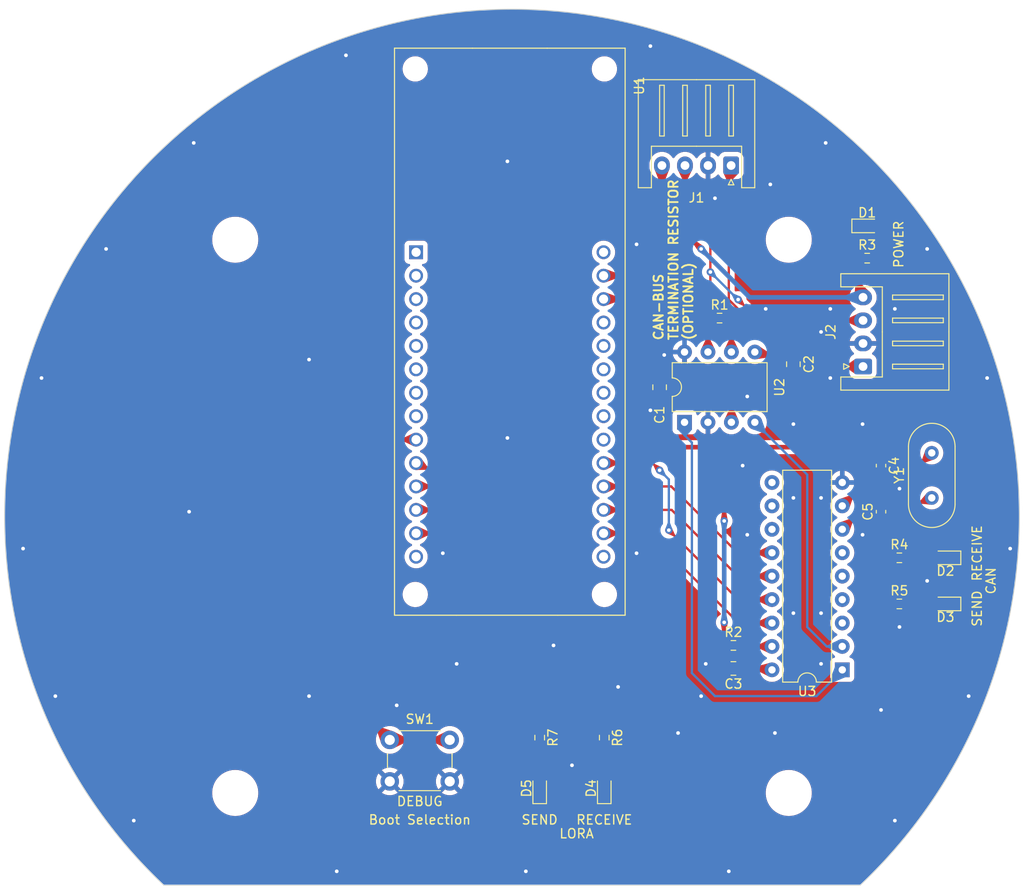
<source format=kicad_pcb>
(kicad_pcb (version 20221018) (generator pcbnew)
  (layers (0 "F.Cu" signal) (31 "B.Cu" signal) (34 "B.Paste" user) (35 "F.Paste" user) (36 "B.SilkS" user "B.Silkscreen") (37 "F.SilkS" user "F.Silkscreen") (38 "B.Mask" user) (39 "F.Mask" user) (44 "Edge.Cuts" user))
  (net 0 "")
  (net 1 "CAN_H")
  (net 2 "GND")
  (net 3 "+5V")
  (net 4 "CAN_L")
  (net 5 "+3.3V")
  (net 6 "CAN_TX")
  (net 7 "CAN_RX")
  (net 8 "OSC1")
  (net 9 "OSC2")
  (net 10 "SPI_CS_MCP")
  (net 11 "SPI_MOSI")
  (net 12 "SPI_SCLK")
  (net 13 "SPI_MISO")
  (net 27 "Net-(D1-A)")
  (net 28 "Net-(D2-A)")
  (net 29 "Net-(D3-A)")
  (net 30 "Net-(D4-A)")
  (net 31 "Net-(D5-A)")
  (net 32 "CAN_RECEIVE_STATUS")
  (net 33 "CAN_SEND_STATUS")
  (net 34 "LORA_RECEIVE_STATUS")
  (net 35 "LORA_SEND_STATUS")
  (net 36 "DEBUG_MODE")
  (net 47 "Net-(U3-~RESET)")
  (footprint "MountingHole:MountingHole_4.5mm" (layer "F.Cu") (at 178.5 75)
    (fp_text reference "REF**" hide)
    (fp_text value "MountingHole_4.5mm")
    (pad "" np_thru_hole circle locked (at 0 0) (size 4.5 4.5) (drill 4.5) (layers "*.Cu" "*.Mask"))
  )
  (footprint "LED_SMD:LED_0603_1608Metric_Pad1.05x0.95mm_HandSolder" (layer "F.Cu") (at 195.4875 109.5 180)
    (fp_text reference "D2" (at 0 -1.43 180) (layer "F.SilkS"))
    (fp_text value "ORANGE")
    (fp_line (start -1.66 -0.735) (end -1.66 0.735) (stroke (width 0.12)) (layer "F.SilkS"))
    (fp_line (start -1.66 0.735) (end 0.8 0.735) (stroke (width 0.12)) (layer "F.SilkS"))
    (fp_line (start 0.8 -0.735) (end -1.66 -0.735) (stroke (width 0.12)) (layer "F.SilkS"))
    (pad "1" smd roundrect (at -0.875 0 180) (size 1.05 0.95) (layers "F.Cu" "F.Paste" "F.Mask") (net 2 "GND"))
    (pad "2" smd roundrect (at 0.875 0 180) (size 1.05 0.95) (layers "F.Cu" "F.Paste" "F.Mask") (net 28 "Net-(D2-A)"))
  )
  (footprint "Capacitor_SMD:C_0603_1608Metric_Pad1.08x0.95mm_HandSolder" (layer "F.Cu") (at 188.5 104.5 90)
    (fp_text reference "C5" (at 0 -1.43 90) (layer "F.SilkS"))
    (fp_text value "15pF")
    (fp_line (start -0.146267 -0.51) (end 0.146267 -0.51) (stroke (width 0.12)) (layer "F.SilkS"))
    (fp_line (start -0.146267 0.51) (end 0.146267 0.51) (stroke (width 0.12)) (layer "F.SilkS"))
    (pad "1" smd roundrect (at -0.8625 0 90) (size 1.075 0.95) (layers "F.Cu" "F.Paste" "F.Mask") (net 2 "GND"))
    (pad "2" smd roundrect (at 0.8625 0 90) (size 1.075 0.95) (layers "F.Cu" "F.Paste" "F.Mask") (net 9 "OSC2"))
  )
  (footprint "Capacitor_SMD:C_0805_2012Metric_Pad1.18x1.45mm_HandSolder" (layer "F.Cu") (at 164.5 91 -90)
    (fp_text reference "C1" (at 3 0 90) (layer "F.SilkS"))
    (fp_text value "0.1μF")
    (fp_line (start -0.261252 -0.735) (end 0.261252 -0.735) (stroke (width 0.12)) (layer "F.SilkS"))
    (fp_line (start -0.261252 0.735) (end 0.261252 0.735) (stroke (width 0.12)) (layer "F.SilkS"))
    (pad "1" smd roundrect (at -1.0375 0 270) (size 1.175 1.45) (layers "F.Cu" "F.Paste" "F.Mask") (roundrect_rratio 0.212766) (net 3 "+5V"))
    (pad "2" smd roundrect (at 1.0375 0 270) (size 1.175 1.45) (layers "F.Cu" "F.Paste" "F.Mask") (roundrect_rratio 0.212766) (net 2 "GND"))
  )
  (footprint "LED_SMD:LED_0603_1608Metric_Pad1.05x0.95mm_HandSolder" (layer "F.Cu") (at 195.4875 114.5 180)
    (fp_text reference "D3" (at 0 -1.43 180) (layer "F.SilkS"))
    (fp_text value "ORANGE")
    (fp_line (start -1.66 -0.735) (end -1.66 0.735) (stroke (width 0.12)) (layer "F.SilkS"))
    (fp_line (start -1.66 0.735) (end 0.8 0.735) (stroke (width 0.12)) (layer "F.SilkS"))
    (fp_line (start 0.8 -0.735) (end -1.66 -0.735) (stroke (width 0.12)) (layer "F.SilkS"))
    (pad "1" smd roundrect (at -0.875 0 180) (size 1.05 0.95) (layers "F.Cu" "F.Paste" "F.Mask") (net 2 "GND"))
    (pad "2" smd roundrect (at 0.875 0 180) (size 1.05 0.95) (layers "F.Cu" "F.Paste" "F.Mask") (net 29 "Net-(D3-A)"))
  )
  (footprint "Button_Switch_THT:SW_PUSH_6mm" (layer "F.Cu") (at 141.75 133.75 180)
    (fp_text reference "SW1" (at 3.25 6.75) (layer "F.SilkS"))
    (fp_text value "SW_Push")
    (fp_line (start -0.25 1.5) (end -0.25 3) (stroke (width 0.12)) (layer "F.SilkS"))
    (fp_line (start 1 5.5) (end 5.5 5.5) (stroke (width 0.12)) (layer "F.SilkS"))
    (fp_line (start 5.5 -1) (end 1 -1) (stroke (width 0.12)) (layer "F.SilkS"))
    (fp_line (start 6.75 3) (end 6.75 1.5) (stroke (width 0.12)) (layer "F.SilkS"))
    (pad "1" thru_hole circle (at 0 0 270) (size 2 2) (drill 1.1) (layers "*.Cu" "*.Mask") (net 2 "GND"))
    (pad "1" thru_hole circle (at 6.5 0 270) (size 2 2) (drill 1.1) (layers "*.Cu" "*.Mask") (net 2 "GND"))
    (pad "2" thru_hole circle (at 0 4.5 270) (size 2 2) (drill 1.1) (layers "*.Cu" "*.Mask") (net 36 "DEBUG_MODE"))
    (pad "2" thru_hole circle (at 6.5 4.5 270) (size 2 2) (drill 1.1) (layers "*.Cu" "*.Mask") (net 36 "DEBUG_MODE"))
  )
  (footprint "Resistor_SMD:R_0603_1608Metric_Pad0.98x0.95mm_HandSolder" (layer "F.Cu") (at 151.5 129 -90)
    (fp_text reference "R7" (at 0 -1.43 -90) (layer "F.SilkS"))
    (fp_text value "100Ω")
    (fp_line (start -0.254724 -0.5225) (end 0.254724 -0.5225) (stroke (width 0.12)) (layer "F.SilkS"))
    (fp_line (start -0.254724 0.5225) (end 0.254724 0.5225) (stroke (width 0.12)) (layer "F.SilkS"))
    (pad "1" smd roundrect (at -0.9125 0 270) (size 0.975 0.95) (layers "F.Cu" "F.Paste" "F.Mask") (net 35 "LORA_SEND_STATUS"))
    (pad "2" smd roundrect (at 0.9125 0 270) (size 0.975 0.95) (layers "F.Cu" "F.Paste" "F.Mask") (net 31 "Net-(D5-A)"))
  )
  (footprint "Resistor_SMD:R_0603_1608Metric_Pad0.98x0.95mm_HandSolder" (layer "F.Cu") (at 172.5 119)
    (fp_text reference "R2" (at 0 -1.43) (layer "F.SilkS"))
    (fp_text value "10kΩ")
    (fp_line (start -0.254724 -0.5225) (end 0.254724 -0.5225) (stroke (width 0.12)) (layer "F.SilkS"))
    (fp_line (start -0.254724 0.5225) (end 0.254724 0.5225) (stroke (width 0.12)) (layer "F.SilkS"))
    (pad "1" smd roundrect (at -0.9125 0) (size 0.975 0.95) (layers "F.Cu" "F.Paste" "F.Mask") (net 5 "+3.3V"))
    (pad "2" smd roundrect (at 0.9125 0) (size 0.975 0.95) (layers "F.Cu" "F.Paste" "F.Mask") (net 47 "Net-(U3-~RESET)"))
  )
  (footprint "Crystal:Crystal_HC49-U_Vertical" (layer "F.Cu") (at 194 103 90)
    (fp_text reference "Y1" (at 2.44 -3.525 90) (layer "F.SilkS"))
    (fp_text value "8MHz")
    (fp_line (start -0.685 -2.525) (end 5.565 -2.525) (stroke (width 0.12)) (layer "F.SilkS"))
    (fp_line (start -0.685 2.525) (end 5.565 2.525) (stroke (width 0.12)) (layer "F.SilkS"))
    (fp_arc (start -0.685 2.525) (mid -3.21 0) (end -0.685 -2.525) (stroke (width 0.12)) (layer "F.SilkS"))
    (fp_arc (start 5.565 -2.525) (mid 8.09 0) (end 5.565 2.525) (stroke (width 0.12)) (layer "F.SilkS"))
    (pad "1" thru_hole circle (at 0 0 90) (size 1.5 1.5) (drill 0.8) (layers "*.Cu" "*.Mask") (net 9 "OSC2"))
    (pad "2" thru_hole circle (at 4.88 0 90) (size 1.5 1.5) (drill 0.8) (layers "*.Cu" "*.Mask") (net 8 "OSC1"))
  )
  (footprint "LED_SMD:LED_0603_1608Metric_Pad1.05x0.95mm_HandSolder" (layer "F.Cu") (at 151.5 134.5 90)
    (fp_text reference "D5" (at 0 -1.43 90) (layer "F.SilkS"))
    (fp_text value "ORANGE")
    (fp_line (start -1.66 -0.735) (end -1.66 0.735) (stroke (width 0.12)) (layer "F.SilkS"))
    (fp_line (start -1.66 0.735) (end 0.8 0.735) (stroke (width 0.12)) (layer "F.SilkS"))
    (fp_line (start 0.8 -0.735) (end -1.66 -0.735) (stroke (width 0.12)) (layer "F.SilkS"))
    (pad "1" smd roundrect (at -0.875 0 90) (size 1.05 0.95) (layers "F.Cu" "F.Paste" "F.Mask") (net 2 "GND"))
    (pad "2" smd roundrect (at 0.875 0 90) (size 1.05 0.95) (layers "F.Cu" "F.Paste" "F.Mask") (net 31 "Net-(D5-A)"))
  )
  (footprint "MountingHole:MountingHole_4.5mm" (layer "F.Cu") (at 118.5 135)
    (fp_text reference "REF**" hide)
    (fp_text value "MountingHole_4.5mm")
    (pad "" np_thru_hole circle locked (at 0 0) (size 4.5 4.5) (drill 4.5) (layers "*.Cu" "*.Mask"))
  )
  (footprint "Package_DIP:DIP-8_W7.62mm" (layer "F.Cu") (at 167.2 94.8 90)
    (fp_text reference "U2" (at 3.8 10.3 90) (layer "F.SilkS"))
    (fp_text value "MCP2562-E-P")
    (fp_line (start 1.16 -1.33) (end 1.16 8.95) (stroke (width 0.12)) (layer "F.SilkS"))
    (fp_line (start 1.16 8.95) (end 6.46 8.95) (stroke (width 0.12)) (layer "F.SilkS"))
    (fp_line (start 2.81 -1.33) (end 1.16 -1.33) (stroke (width 0.12)) (layer "F.SilkS"))
    (fp_line (start 6.46 -1.33) (end 4.81 -1.33) (stroke (width 0.12)) (layer "F.SilkS"))
    (fp_line (start 6.46 8.95) (end 6.46 -1.33) (stroke (width 0.12)) (layer "F.SilkS"))
    (fp_arc (start 4.81 -1.33) (mid 3.81 -0.33) (end 2.81 -1.33) (stroke (width 0.12)) (layer "F.SilkS"))
    (pad "1" thru_hole rect (at 0 0 90) (size 1.6 1.6) (drill 0.8) (layers "*.Cu" "*.Mask") (net 6 "CAN_TX"))
    (pad "2" thru_hole oval (at 0 2.54 90) (size 1.6 1.6) (drill 0.8) (layers "*.Cu" "*.Mask") (net 2 "GND"))
    (pad "3" thru_hole oval (at 0 5.08 90) (size 1.6 1.6) (drill 0.8) (layers "*.Cu" "*.Mask") (net 3 "+5V"))
    (pad "4" thru_hole oval (at 0 7.62 90) (size 1.6 1.6) (drill 0.8) (layers "*.Cu" "*.Mask") (net 7 "CAN_RX"))
    (pad "5" thru_hole oval (at 7.62 7.62 90) (size 1.6 1.6) (drill 0.8) (layers "*.Cu" "*.Mask") (net 5 "+3.3V"))
    (pad "6" thru_hole oval (at 7.62 5.08 90) (size 1.6 1.6) (drill 0.8) (layers "*.Cu" "*.Mask") (net 4 "CAN_L"))
    (pad "7" thru_hole oval (at 7.62 2.54 90) (size 1.6 1.6) (drill 0.8) (layers "*.Cu" "*.Mask") (net 1 "CAN_H"))
    (pad "8" thru_hole oval (at 7.62 0 90) (size 1.6 1.6) (drill 0.8) (layers "*.Cu" "*.Mask") (net 2 "GND"))
  )
  (footprint "ABX00012:ARDUINO_ABX00012" (layer "F.Cu") (at 135.7625 54.225 -90)
    (fp_text reference "U1" (at 4.075 -26.535 -90) (layer "F.SilkS"))
    (fp_text value "ABX00012")
    (fp_line (start 0 -25) (end 61.5 -25) (stroke (width 0.127)) (layer "F.SilkS"))
    (fp_line (start 0 -16.55) (end 0 -25) (stroke (width 0.127)) (layer "F.SilkS"))
    (fp_line (start 0 -8.45) (end 0 -16.55) (stroke (width 0.127)) (layer "F.SilkS"))
    (fp_line (start 0 0) (end 0 -8.45) (stroke (width 0.127)) (layer "F.SilkS"))
    (fp_line (start 61.5 -25) (end 61.5 -17.7) (stroke (width 0.127)) (layer "F.SilkS"))
    (fp_line (start 61.5 -17.7) (end 61.5 -6.7) (stroke (width 0.127)) (layer "F.SilkS"))
    (fp_line (start 61.5 -6.7) (end 61.5 0) (stroke (width 0.127)) (layer "F.SilkS"))
    (fp_line (start 61.5 0) (end 0 0) (stroke (width 0.127)) (layer "F.SilkS"))
    (pad "" np_thru_hole circle locked (at 2.25 -22.75 270) (size 2.25 2.25) (drill 2.25) (layers "*.Cu" "*.Mask"))
    (pad "" np_thru_hole circle locked (at 2.25 -2.25 270) (size 2.25 2.25) (drill 2.25) (layers "*.Cu" "*.Mask"))
    (pad "" np_thru_hole circle locked (at 59.25 -22.75 270) (size 2.25 2.25) (drill 2.25) (layers "*.Cu" "*.Mask"))
    (pad "" np_thru_hole circle locked (at 59.25 -2.25 270) (size 2.25 2.25) (drill 2.25) (layers "*.Cu" "*.Mask"))
    (pad "1" thru_hole rect locked (at 22.1348 -2.34 270) (size 1.508 1.508) (drill 1) (layers "*.Cu" "*.Mask"))
    (pad "2" thru_hole circle locked (at 24.6748 -2.34 270) (size 1.508 1.508) (drill 1) (layers "*.Cu" "*.Mask"))
    (pad "3" thru_hole circle locked (at 27.2148 -2.34 270) (size 1.508 1.508) (drill 1) (layers "*.Cu" "*.Mask"))
    (pad "4" thru_hole circle locked (at 29.7548 -2.34 270) (size 1.508 1.508) (drill 1) (layers "*.Cu" "*.Mask"))
    (pad "5" thru_hole circle locked (at 32.2948 -2.34 270) (size 1.508 1.508) (drill 1) (layers "*.Cu" "*.Mask"))
    (pad "6" thru_hole circle locked (at 34.8348 -2.34 270) (size 1.508 1.508) (drill 1) (layers "*.Cu" "*.Mask"))
    (pad "7" thru_hole circle locked (at 37.3748 -2.34 270) (size 1.508 1.508) (drill 1) (layers "*.Cu" "*.Mask"))
    (pad "8" thru_hole circle locked (at 39.9148 -2.34 270) (size 1.508 1.508) (drill 1) (layers "*.Cu" "*.Mask"))
    (pad "9" thru_hole circle locked (at 42.4548 -2.34 270) (size 1.508 1.508) (drill 1) (layers "*.Cu" "*.Mask") (net 36 "DEBUG_MODE"))
    (pad "10" thru_hole circle locked (at 44.9948 -2.34 270) (size 1.508 1.508) (drill 1) (layers "*.Cu" "*.Mask") (net 32 "CAN_RECEIVE_STATUS"))
    (pad "11" thru_hole circle locked (at 47.5348 -2.34 270) (size 1.508 1.508) (drill 1) (layers "*.Cu" "*.Mask") (net 33 "CAN_SEND_STATUS"))
    (pad "12" thru_hole circle locked (at 50.0748 -2.34 270) (size 1.508 1.508) (drill 1) (layers "*.Cu" "*.Mask") (net 34 "LORA_RECEIVE_STATUS"))
    (pad "13" thru_hole circle locked (at 52.6148 -2.34 270) (size 1.508 1.508) (drill 1) (layers "*.Cu" "*.Mask") (net 35 "LORA_SEND_STATUS"))
    (pad "14" thru_hole circle locked (at 55.1548 -2.34 270) (size 1.508 1.508) (drill 1) (layers "*.Cu" "*.Mask"))
    (pad "15" thru_hole circle locked (at 55.1548 -22.66 270) (size 1.508 1.508) (drill 1) (layers "*.Cu" "*.Mask"))
    (pad "16" thru_hole circle locked (at 52.6148 -22.66 270) (size 1.508 1.508) (drill 1) (layers "*.Cu" "*.Mask") (net 10 "SPI_CS_MCP"))
    (pad "17" thru_hole circle locked (at 50.0748 -22.66 270) (size 1.508 1.508) (drill 1) (layers "*.Cu" "*.Mask") (net 11 "SPI_MOSI"))
    (pad "18" thru_hole circle locked (at 47.5348 -22.66 270) (size 1.508 1.508) (drill 1) (layers "*.Cu" "*.Mask") (net 12 "SPI_SCLK"))
    (pad "19" thru_hole circle locked (at 44.9948 -22.66 270) (size 1.508 1.508) (drill 1) (layers "*.Cu" "*.Mask") (net 13 "SPI_MISO"))
    (pad "20" thru_hole circle locked (at 42.4548 -22.66 270) (size 1.508 1.508) (drill 1) (layers "*.Cu" "*.Mask"))
    (pad "21" thru_hole circle locked (at 39.9148 -22.66 270) (size 1.508 1.508) (drill 1) (layers "*.Cu" "*.Mask"))
    (pad "22" thru_hole circle locked (at 37.3748 -22.66 270) (size 1.508 1.508) (drill 1) (layers "*.Cu" "*.Mask"))
    (pad "23" thru_hole circle locked (at 34.8348 -22.66 270) (size 1.508 1.508) (drill 1) (layers "*.Cu" "*.Mask"))
    (pad "24" thru_hole circle locked (at 32.2948 -22.66 270) (size 1.508 1.508) (drill 1) (layers "*.Cu" "*.Mask"))
    (pad "25" thru_hole circle locked (at 29.7548 -22.66 270) (size 1.508 1.508) (drill 1) (layers "*.Cu" "*.Mask"))
    (pad "26" thru_hole circle locked (at 27.2148 -22.66 270) (size 1.508 1.508) (drill 1) (layers "*.Cu" "*.Mask") (net 5 "+3.3V"))
    (pad "27" thru_hole circle locked (at 24.6748 -22.66 270) (size 1.508 1.508) (drill 1) (layers "*.Cu" "*.Mask") (net 3 "+5V"))
    (pad "28" thru_hole circle locked (at 22.1348 -22.66 270) (size 1.508 1.508) (drill 1) (layers "*.Cu" "*.Mask"))
  )
  (footprint "MountingHole:MountingHole_4.5mm" (layer "F.Cu") (at 178.5 135)
    (fp_text reference "REF**" hide)
    (fp_text value "MountingHole_4.5mm")
    (pad "" np_thru_hole circle locked (at 0 0) (size 4.5 4.5) (drill 4.5) (layers "*.Cu" "*.Mask"))
  )
  (footprint "Resistor_SMD:R_0603_1608Metric_Pad0.98x0.95mm_HandSolder" (layer "F.Cu") (at 190.4875 114.5)
    (fp_text reference "R5" (at 0 -1.43) (layer "F.SilkS"))
    (fp_text value "100Ω")
    (fp_line (start -0.254724 -0.5225) (end 0.254724 -0.5225) (stroke (width 0.12)) (layer "F.SilkS"))
    (fp_line (start -0.254724 0.5225) (end 0.254724 0.5225) (stroke (width 0.12)) (layer "F.SilkS"))
    (pad "1" smd roundrect (at -0.9125 0) (size 0.975 0.95) (layers "F.Cu" "F.Paste" "F.Mask") (net 33 "CAN_SEND_STATUS"))
    (pad "2" smd roundrect (at 0.9125 0) (size 0.975 0.95) (layers "F.Cu" "F.Paste" "F.Mask") (net 29 "Net-(D3-A)"))
  )
  (footprint "Resistor_SMD:R_0603_1608Metric_Pad0.98x0.95mm_HandSolder" (layer "F.Cu") (at 158.5 129 -90)
    (fp_text reference "R6" (at 0 -1.43 -90) (layer "F.SilkS"))
    (fp_text value "100Ω")
    (fp_line (start -0.254724 -0.5225) (end 0.254724 -0.5225) (stroke (width 0.12)) (layer "F.SilkS"))
    (fp_line (start -0.254724 0.5225) (end 0.254724 0.5225) (stroke (width 0.12)) (layer "F.SilkS"))
    (pad "1" smd roundrect (at -0.9125 0 270) (size 0.975 0.95) (layers "F.Cu" "F.Paste" "F.Mask") (net 34 "LORA_RECEIVE_STATUS"))
    (pad "2" smd roundrect (at 0.9125 0 270) (size 0.975 0.95) (layers "F.Cu" "F.Paste" "F.Mask") (net 30 "Net-(D4-A)"))
  )
  (footprint "Capacitor_SMD:C_0805_2012Metric_Pad1.18x1.45mm_HandSolder" (layer "F.Cu") (at 179 88.5 -90)
    (fp_text reference "C2" (at 0 -1.68 90) (layer "F.SilkS"))
    (fp_text value "0.1μF")
    (fp_line (start -0.261252 -0.735) (end 0.261252 -0.735) (stroke (width 0.12)) (layer "F.SilkS"))
    (fp_line (start -0.261252 0.735) (end 0.261252 0.735) (stroke (width 0.12)) (layer "F.SilkS"))
    (pad "1" smd roundrect (at -1.0375 0 270) (size 1.175 1.45) (layers "F.Cu" "F.Paste" "F.Mask") (roundrect_rratio 0.212766) (net 5 "+3.3V"))
    (pad "2" smd roundrect (at 1.0375 0 270) (size 1.175 1.45) (layers "F.Cu" "F.Paste" "F.Mask") (roundrect_rratio 0.212766) (net 2 "GND"))
  )
  (footprint "LED_SMD:LED_0603_1608Metric_Pad1.05x0.95mm_HandSolder" (layer "F.Cu") (at 158.5 134.5 90)
    (fp_text reference "D4" (at 0 -1.43 90) (layer "F.SilkS"))
    (fp_text value "ORANGE")
    (fp_line (start -1.66 -0.735) (end -1.66 0.735) (stroke (width 0.12)) (layer "F.SilkS"))
    (fp_line (start -1.66 0.735) (end 0.8 0.735) (stroke (width 0.12)) (layer "F.SilkS"))
    (fp_line (start 0.8 -0.735) (end -1.66 -0.735) (stroke (width 0.12)) (layer "F.SilkS"))
    (pad "1" smd roundrect (at -0.875 0 90) (size 1.05 0.95) (layers "F.Cu" "F.Paste" "F.Mask") (net 2 "GND"))
    (pad "2" smd roundrect (at 0.875 0 90) (size 1.05 0.95) (layers "F.Cu" "F.Paste" "F.Mask") (net 30 "Net-(D4-A)"))
  )
  (footprint "Resistor_SMD:R_0603_1608Metric_Pad0.98x0.95mm_HandSolder" (layer "F.Cu") (at 171 83.5)
    (fp_text reference "R1" (at 0 -1.43) (layer "F.SilkS"))
    (fp_text value "120Ω")
    (fp_line (start -0.254724 -0.5225) (end 0.254724 -0.5225) (stroke (width 0.12)) (layer "F.SilkS"))
    (fp_line (start -0.254724 0.5225) (end 0.254724 0.5225) (stroke (width 0.12)) (layer "F.SilkS"))
    (pad "1" smd roundrect (at -0.9125 0) (size 0.975 0.95) (layers "F.Cu" "F.Paste" "F.Mask") (net 1 "CAN_H"))
    (pad "2" smd roundrect (at 0.9125 0) (size 0.975 0.95) (layers "F.Cu" "F.Paste" "F.Mask") (net 4 "CAN_L"))
  )
  (footprint "MountingHole:MountingHole_4.5mm" (layer "F.Cu") (at 118.5 75)
    (fp_text reference "REF**" hide)
    (fp_text value "MountingHole_4.5mm")
    (pad "" np_thru_hole circle locked (at 0 0) (size 4.5 4.5) (drill 4.5) (layers "*.Cu" "*.Mask"))
  )
  (footprint "Connector_JST:JST_XH_S4B-XH-A_1x04_P2.50mm_Horizontal" (layer "F.Cu") (at 186.55 88.75 90)
    (fp_text reference "J2" (at 3.75 -3.5 90) (layer "F.SilkS"))
    (fp_text value "Conn_01x04_Pin")
    (fp_line (start -2.56 -2.41) (end -1.14 -2.41) (stroke (width 0.12)) (layer "F.SilkS"))
    (fp_line (start -2.56 9.31) (end -2.56 -2.41) (stroke (width 0.12)) (layer "F.SilkS"))
    (fp_line (start -1.14 -2.41) (end -1.14 2.09) (stroke (width 0.12)) (layer "F.SilkS"))
    (fp_line (start -1.14 2.09) (end 3.75 2.09) (stroke (width 0.12)) (layer "F.SilkS"))
    (fp_line (start -0.3 -2.1) (end 0.3 -2.1) (stroke (width 0.12)) (layer "F.SilkS"))
    (fp_line (start -0.25 3.2) (end -0.25 8.7) (stroke (width 0.12)) (layer "F.SilkS"))
    (fp_line (start -0.25 8.7) (end 0.25 8.7) (stroke (width 0.12)) (layer "F.SilkS"))
    (fp_line (start 0 -1.5) (end -0.3 -2.1) (stroke (width 0.12)) (layer "F.SilkS"))
    (fp_line (start 0.25 3.2) (end -0.25 3.2) (stroke (width 0.12)) (layer "F.SilkS"))
    (fp_line (start 0.25 8.7) (end 0.25 3.2) (stroke (width 0.12)) (layer "F.SilkS"))
    (fp_line (start 0.3 -2.1) (end 0 -1.5) (stroke (width 0.12)) (layer "F.SilkS"))
    (fp_line (start 2.25 3.2) (end 2.25 8.7) (stroke (width 0.12)) (layer "F.SilkS"))
    (fp_line (start 2.25 8.7) (end 2.75 8.7) (stroke (width 0.12)) (layer "F.SilkS"))
    (fp_line (start 2.75 3.2) (end 2.25 3.2) (stroke (width 0.12)) (layer "F.SilkS"))
    (fp_line (start 2.75 8.7) (end 2.75 3.2) (stroke (width 0.12)) (layer "F.SilkS"))
    (fp_line (start 3.75 9.31) (end -2.56 9.31) (stroke (width 0.12)) (layer "F.SilkS"))
    (fp_line (start 3.75 9.31) (end 10.06 9.31) (stroke (width 0.12)) (layer "F.SilkS"))
    (fp_line (start 4.75 3.2) (end 4.75 8.7) (stroke (width 0.12)) (layer "F.SilkS"))
    (fp_line (start 4.75 8.7) (end 5.25 8.7) (stroke (width 0.12)) (layer "F.SilkS"))
    (fp_line (start 5.25 3.2) (end 4.75 3.2) (stroke (width 0.12)) (layer "F.SilkS"))
    (fp_line (start 5.25 8.7) (end 5.25 3.2) (stroke (width 0.12)) (layer "F.SilkS"))
    (fp_line (start 7.25 3.2) (end 7.25 8.7) (stroke (width 0.12)) (layer "F.SilkS"))
    (fp_line (start 7.25 8.7) (end 7.75 8.7) (stroke (width 0.12)) (layer "F.SilkS"))
    (fp_line (start 7.75 3.2) (end 7.25 3.2) (stroke (width 0.12)) (layer "F.SilkS"))
    (fp_line (start 7.75 8.7) (end 7.75 3.2) (stroke (width 0.12)) (layer "F.SilkS"))
    (fp_line (start 8.64 -2.41) (end 8.64 2.09) (stroke (width 0.12)) (layer "F.SilkS"))
    (fp_line (start 8.64 2.09) (end 3.75 2.09) (stroke (width 0.12)) (layer "F.SilkS"))
    (fp_line (start 10.06 -2.41) (end 8.64 -2.41) (stroke (width 0.12)) (layer "F.SilkS"))
    (fp_line (start 10.06 9.31) (end 10.06 -2.41) (stroke (width 0.12)) (layer "F.SilkS"))
    (pad "1" thru_hole roundrect (at 0 0 90) (size 1.7 1.95) (drill 0.95) (layers "*.Cu" "*.Mask") (roundrect_rratio 0.147059) (net 4 "CAN_L"))
    (pad "2" thru_hole oval (at 2.5 0 90) (size 1.7 1.95) (drill 0.95) (layers "*.Cu" "*.Mask") (net 2 "GND"))
    (pad "3" thru_hole oval (at 5 0 90) (size 1.7 1.95) (drill 0.95) (layers "*.Cu" "*.Mask") (net 1 "CAN_H"))
    (pad "4" thru_hole oval (at 7.5 0 90) (size 1.7 1.95) (drill 0.95) (layers "*.Cu" "*.Mask") (net 3 "+5V"))
  )
  (footprint "Capacitor_SMD:C_0603_1608Metric_Pad1.08x0.95mm_HandSolder" (layer "F.Cu") (at 188.5 99.5 -90)
    (fp_text reference "C4" (at 0 -1.43 -90) (layer "F.SilkS"))
    (fp_text value "15pF")
    (fp_line (start -0.146267 -0.51) (end 0.146267 -0.51) (stroke (width 0.12)) (layer "F.SilkS"))
    (fp_line (start -0.146267 0.51) (end 0.146267 0.51) (stroke (width 0.12)) (layer "F.SilkS"))
    (pad "1" smd roundrect (at -0.8625 0 270) (size 1.075 0.95) (layers "F.Cu" "F.Paste" "F.Mask") (net 2 "GND"))
    (pad "2" smd roundrect (at 0.8625 0 270) (size 1.075 0.95) (layers "F.Cu" "F.Paste" "F.Mask") (net 8 "OSC1"))
  )
  (footprint "Resistor_SMD:R_0603_1608Metric_Pad0.98x0.95mm_HandSolder" (layer "F.Cu") (at 190.4875 109.5)
    (fp_text reference "R4" (at 0 -1.43) (layer "F.SilkS"))
    (fp_text value "100Ω")
    (fp_line (start -0.254724 -0.5225) (end 0.254724 -0.5225) (stroke (width 0.12)) (layer "F.SilkS"))
    (fp_line (start -0.254724 0.5225) (end 0.254724 0.5225) (stroke (width 0.12)) (layer "F.SilkS"))
    (pad "1" smd roundrect (at -0.9125 0) (size 0.975 0.95) (layers "F.Cu" "F.Paste" "F.Mask") (net 32 "CAN_RECEIVE_STATUS"))
    (pad "2" smd roundrect (at 0.9125 0) (size 0.975 0.95) (layers "F.Cu" "F.Paste" "F.Mask") (net 28 "Net-(D2-A)"))
  )
  (footprint "LED_SMD:LED_0603_1608Metric_Pad1.05x0.95mm_HandSolder" (layer "F.Cu") (at 187 73.5)
    (fp_text reference "D1" (at 0 -1.43) (layer "F.SilkS"))
    (fp_text value "RED")
    (fp_line (start -1.66 -0.735) (end -1.66 0.735) (stroke (width 0.12)) (layer "F.SilkS"))
    (fp_line (start -1.66 0.735) (end 0.8 0.735) (stroke (width 0.12)) (layer "F.SilkS"))
    (fp_line (start 0.8 -0.735) (end -1.66 -0.735) (stroke (width 0.12)) (layer "F.SilkS"))
    (pad "1" smd roundrect (at -0.875 0) (size 1.05 0.95) (layers "F.Cu" "F.Paste" "F.Mask") (net 2 "GND"))
    (pad "2" smd roundrect (at 0.875 0) (size 1.05 0.95) (layers "F.Cu" "F.Paste" "F.Mask") (net 27 "Net-(D1-A)"))
  )
  (footprint "Capacitor_SMD:C_0805_2012Metric_Pad1.18x1.45mm_HandSolder" (layer "F.Cu") (at 172.5 121.5 180)
    (fp_text reference "C3" (at 0 -1.68) (layer "F.SilkS"))
    (fp_text value "0.1μF")
    (fp_line (start -0.261252 -0.735) (end 0.261252 -0.735) (stroke (width 0.12)) (layer "F.SilkS"))
    (fp_line (start -0.261252 0.735) (end 0.261252 0.735) (stroke (width 0.12)) (layer "F.SilkS"))
    (pad "1" smd roundrect (at -1.0375 0 180) (size 1.175 1.45) (layers "F.Cu" "F.Paste" "F.Mask") (roundrect_rratio 0.212766) (net 5 "+3.3V"))
    (pad "2" smd roundrect (at 1.0375 0 180) (size 1.175 1.45) (layers "F.Cu" "F.Paste" "F.Mask") (roundrect_rratio 0.212766) (net 2 "GND"))
  )
  (footprint "Resistor_SMD:R_0603_1608Metric_Pad0.98x0.95mm_HandSolder" (layer "F.Cu") (at 187 77)
    (fp_text reference "R3" (at 0 -1.43) (layer "F.SilkS"))
    (fp_text value "620Ω")
    (fp_line (start -0.254724 -0.5225) (end 0.254724 -0.5225) (stroke (width 0.12)) (layer "F.SilkS"))
    (fp_line (start -0.254724 0.5225) (end 0.254724 0.5225) (stroke (width 0.12)) (layer "F.SilkS"))
    (pad "1" smd roundrect (at -0.9125 0) (size 0.975 0.95) (layers "F.Cu" "F.Paste" "F.Mask") (net 3 "+5V"))
    (pad "2" smd roundrect (at 0.9125 0) (size 0.975 0.95) (layers "F.Cu" "F.Paste" "F.Mask") (net 27 "Net-(D1-A)"))
  )
  (footprint "Package_DIP:DIP-18_W7.62mm" (layer "F.Cu") (at 184.3 121.65 180)
    (fp_text reference "U3" (at 3.81 -2.33 180) (layer "F.SilkS"))
    (fp_text value "MCP2515-I/P")
    (fp_line (start 1.16 -1.33) (end 1.16 21.65) (stroke (width 0.12)) (layer "F.SilkS"))
    (fp_line (start 1.16 21.65) (end 6.46 21.65) (stroke (width 0.12)) (layer "F.SilkS"))
    (fp_line (start 2.81 -1.33) (end 1.16 -1.33) (stroke (width 0.12)) (layer "F.SilkS"))
    (fp_line (start 6.46 -1.33) (end 4.81 -1.33) (stroke (width 0.12)) (layer "F.SilkS"))
    (fp_line (start 6.46 21.65) (end 6.46 -1.33) (stroke (width 0.12)) (layer "F.SilkS"))
    (fp_arc (start 4.81 -1.33) (mid 3.81 -0.33) (end 2.81 -1.33) (stroke (width 0.12)) (layer "F.SilkS"))
    (pad "1" thru_hole rect (at 0 0 180) (size 1.6 1.6) (drill 0.8) (layers "*.Cu" "*.Mask") (net 6 "CAN_TX"))
    (pad "2" thru_hole oval (at 0 2.54 180) (size 1.6 1.6) (drill 0.8) (layers "*.Cu" "*.Mask") (net 7 "CAN_RX"))
    (pad "3" thru_hole oval (at 0 5.08 180) (size 1.6 1.6) (drill 0.8) (layers "*.Cu" "*.Mask"))
    (pad "4" thru_hole oval (at 0 7.62 180) (size 1.6 1.6) (drill 0.8) (layers "*.Cu" "*.Mask"))
    (pad "5" thru_hole oval (at 0 10.16 180) (size 1.6 1.6) (drill 0.8) (layers "*.Cu" "*.Mask"))
    (pad "6" thru_hole oval (at 0 12.7 180) (size 1.6 1.6) (drill 0.8) (layers "*.Cu" "*.Mask"))
    (pad "7" thru_hole oval (at 0 15.24 180) (size 1.6 1.6) (drill 0.8) (layers "*.Cu" "*.Mask") (net 9 "OSC2"))
    (pad "8" thru_hole oval (at 0 17.78 180) (size 1.6 1.6) (drill 0.8) (layers "*.Cu" "*.Mask") (net 8 "OSC1"))
    (pad "9" thru_hole oval (at 0 20.32 180) (size 1.6 1.6) (drill 0.8) (layers "*.Cu" "*.Mask") (net 2 "GND"))
    (pad "10" thru_hole oval (at 7.62 20.32 180) (size 1.6 1.6) (drill 0.8) (layers "*.Cu" "*.Mask"))
    (pad "11" thru_hole oval (at 7.62 17.78 180) (size 1.6 1.6) (drill 0.8) (layers "*.Cu" "*.Mask"))
    (pad "12" thru_hole oval (at 7.62 15.24 180) (size 1.6 1.6) (drill 0.8) (layers "*.Cu" "*.Mask"))
    (pad "13" thru_hole oval (at 7.62 12.7 180) (size 1.6 1.6) (drill 0.8) (layers "*.Cu" "*.Mask") (net 12 "SPI_SCLK"))
    (pad "14" thru_hole oval (at 7.62 10.16 180) (size 1.6 1.6) (drill 0.8) (layers "*.Cu" "*.Mask") (net 11 "SPI_MOSI"))
    (pad "15" thru_hole oval (at 7.62 7.62 180) (size 1.6 1.6) (drill 0.8) (layers "*.Cu" "*.Mask") (net 13 "SPI_MISO"))
    (pad "16" thru_hole oval (at 7.62 5.08 180) (size 1.6 1.6) (drill 0.8) (layers "*.Cu" "*.Mask") (net 10 "SPI_CS_MCP"))
    (pad "17" thru_hole oval (at 7.62 2.54 180) (size 1.6 1.6) (drill 0.8) (layers "*.Cu" "*.Mask") (net 47 "Net-(U3-~RESET)"))
    (pad "18" thru_hole oval (at 7.62 0 180) (size 1.6 1.6) (drill 0.8) (layers "*.Cu" "*.Mask") (net 5 "+3.3V"))
  )
  (footprint "Connector_JST:JST_XH_S4B-XH-A_1x04_P2.50mm_Horizontal" (layer "F.Cu") (at 172.25 66.95 180)
    (fp_text reference "J1" (at 3.75 -3.5) (layer "F.SilkS"))
    (fp_text value "Conn_01x04_Pin")
    (fp_line (start -2.56 -2.41) (end -1.14 -2.41) (stroke (width 0.12)) (layer "F.SilkS"))
    (fp_line (start -2.56 9.31) (end -2.56 -2.41) (stroke (width 0.12)) (layer "F.SilkS"))
    (fp_line (start -1.14 -2.41) (end -1.14 2.09) (stroke (width 0.12)) (layer "F.SilkS"))
    (fp_line (start -1.14 2.09) (end 3.75 2.09) (stroke (width 0.12)) (layer "F.SilkS"))
    (fp_line (start -0.3 -2.1) (end 0.3 -2.1) (stroke (width 0.12)) (layer "F.SilkS"))
    (fp_line (start -0.25 3.2) (end -0.25 8.7) (stroke (width 0.12)) (layer "F.SilkS"))
    (fp_line (start -0.25 8.7) (end 0.25 8.7) (stroke (width 0.12)) (layer "F.SilkS"))
    (fp_line (start 0 -1.5) (end -0.3 -2.1) (stroke (width 0.12)) (layer "F.SilkS"))
    (fp_line (start 0.25 3.2) (end -0.25 3.2) (stroke (width 0.12)) (layer "F.SilkS"))
    (fp_line (start 0.25 8.7) (end 0.25 3.2) (stroke (width 0.12)) (layer "F.SilkS"))
    (fp_line (start 0.3 -2.1) (end 0 -1.5) (stroke (width 0.12)) (layer "F.SilkS"))
    (fp_line (start 2.25 3.2) (end 2.25 8.7) (stroke (width 0.12)) (layer "F.SilkS"))
    (fp_line (start 2.25 8.7) (end 2.75 8.7) (stroke (width 0.12)) (layer "F.SilkS"))
    (fp_line (start 2.75 3.2) (end 2.25 3.2) (stroke (width 0.12)) (layer "F.SilkS"))
    (fp_line (start 2.75 8.7) (end 2.75 3.2) (stroke (width 0.12)) (layer "F.SilkS"))
    (fp_line (start 3.75 9.31) (end -2.56 9.31) (stroke (width 0.12)) (layer "F.SilkS"))
    (fp_line (start 3.75 9.31) (end 10.06 9.31) (stroke (width 0.12)) (layer "F.SilkS"))
    (fp_line (start 4.75 3.2) (end 4.75 8.7) (stroke (width 0.12)) (layer "F.SilkS"))
    (fp_line (start 4.75 8.7) (end 5.25 8.7) (stroke (width 0.12)) (layer "F.SilkS"))
    (fp_line (start 5.25 3.2) (end 4.75 3.2) (stroke (width 0.12)) (layer "F.SilkS"))
    (fp_line (start 5.25 8.7) (end 5.25 3.2) (stroke (width 0.12)) (layer "F.SilkS"))
    (fp_line (start 7.25 3.2) (end 7.25 8.7) (stroke (width 0.12)) (layer "F.SilkS"))
    (fp_line (start 7.25 8.7) (end 7.75 8.7) (stroke (width 0.12)) (layer "F.SilkS"))
    (fp_line (start 7.75 3.2) (end 7.25 3.2) (stroke (width 0.12)) (layer "F.SilkS"))
    (fp_line (start 7.75 8.7) (end 7.75 3.2) (stroke (width 0.12)) (layer "F.SilkS"))
    (fp_line (start 8.64 -2.41) (end 8.64 2.09) (stroke (width 0.12)) (layer "F.SilkS"))
    (fp_line (start 8.64 2.09) (end 3.75 2.09) (stroke (width 0.12)) (layer "F.SilkS"))
    (fp_line (start 10.06 -2.41) (end 8.64 -2.41) (stroke (width 0.12)) (layer "F.SilkS"))
    (fp_line (start 10.06 9.31) (end 10.06 -2.41) (stroke (width 0.12)) (layer "F.SilkS"))
    (pad "1" thru_hole roundrect (at 0 0 180) (size 1.7 1.95) (drill 0.95) (layers "*.Cu" "*.Mask") (roundrect_rratio 0.147059) (net 4 "CAN_L"))
    (pad "2" thru_hole oval (at 2.5 0 180) (size 1.7 1.95) (drill 0.95) (layers "*.Cu" "*.Mask") (net 2 "GND"))
    (pad "3" thru_hole oval (at 5 0 180) (size 1.7 1.95) (drill 0.95) (layers "*.Cu" "*.Mask") (net 1 "CAN_H"))
    (pad "4" thru_hole oval (at 7.5 0 180) (size 1.7 1.95) (drill 0.95) (layers "*.Cu" "*.Mask") (net 3 "+5V"))
  )
  (gr_arc (start 110.75 145) (mid 148.5 49.999432) (end 186.25 145) (stroke (width 0.1)) (layer "Edge.Cuts"))
  (gr_line (start 186.25 145) (end 110.75 145) (stroke (width 0.1)) (layer "Edge.Cuts"))
  (gr_text "SEND" (at 199.5 115 90) (layer "F.SilkS") (effects (font (size 1 1)) (justify bottom)))
  (gr_text "CAN" (at 201 112 90) (layer "F.SilkS") (effects (font (size 1 1)) (justify bottom)))
  (gr_text "LORA" (at 155.5 140) (layer "F.SilkS") (effects (font (size 1 1)) (justify bottom)))
  (gr_text "Boot Selection\n" (at 138.5 138.5) (layer "F.SilkS") (effects (font (size 1 1)) (justify bottom)))
  (gr_text "SEND" (at 151.5 138.5) (layer "F.SilkS") (effects (font (size 1 1)) (justify bottom)))
  (gr_text "CAN-BUS\nTERMINATION RESISTOR\n(OPTIONAL)" (at 166 86 90) (layer "F.SilkS") (effects (font (size 1 1) (thickness 0.2) bold) (justify left)))
  (gr_text "RECEIVE" (at 199.5 109 90) (layer "F.SilkS") (effects (font (size 1 1)) (justify bottom)))
  (gr_text "POWER" (at 191 75.5 90) (layer "F.SilkS") (effects (font (size 1 1)) (justify bottom)))
  (gr_text "DEBUG" (at 138.5 136.5) (layer "F.SilkS") (effects (font (size 1 1)) (justify bottom)))
  (gr_text "RECEIVE" (at 158.5 138.5) (layer "F.SilkS") (effects (font (size 1 1)) (justify bottom)))
  (segment (start 169.74 83.76) (end 170 83.5) (width 0.25) (layer "F.Cu") (net 1))
  (segment (start 167.25 69.75) (end 167.25 66.95) (width 0.25) (layer "F.Cu") (net 1))
  (segment (start 170 83.5) (end 170 72.5) (width 0.25) (layer "F.Cu") (net 1))
  (segment (start 175.274598 83.75) (end 186.55 83.75) (width 0.25) (layer "F.Cu") (net 1))
  (segment (start 169.74 87.18) (end 169.74 83.76) (width 0.25) (layer "F.Cu") (net 1))
  (segment (start 170 72.5) (end 167.25 69.75) (width 0.25) (layer "F.Cu") (net 1))
  (segment (start 173.012299 81.487701) (end 175.274598 83.75) (width 0.25) (layer "F.Cu") (net 1))
  (via (at 173.012299 81.487701) (size 0.8) (drill 0.4) (layers "F.Cu" "B.Cu") (net 1))
  (via (at 170 78.5) (size 0.8) (drill 0.4) (layers "F.Cu" "B.Cu") (net 1))
  (segment (start 170 78.5) (end 172.987701 81.487701) (width 0.25) (layer "B.Cu") (net 1))
  (segment (start 172.987701 81.487701) (end 173.012299 81.487701) (width 0.25) (layer "B.Cu") (net 1))
  (via (at 176.5 69) (size 0.8) (drill 0.4) (layers "F.Cu" "B.Cu") (net 2))
  (via (at 190 138) (size 0.8) (drill 0.4) (layers "F.Cu" "B.Cu") (net 2))
  (via (at 183 90) (size 0.8) (drill 0.4) (layers "F.Cu" "B.Cu") (net 2))
  (via (at 169 124.5) (size 0.8) (drill 0.4) (layers "F.Cu" "B.Cu") (net 2))
  (via (at 179 103) (size 0.8) (drill 0.4) (layers "F.Cu" "B.Cu") (net 2))
  (via (at 186.5 95) (size 0.8) (drill 0.4) (layers "F.Cu" "B.Cu") (net 2))
  (via (at 169.5 121) (size 0.8) (drill 0.4) (layers "F.Cu" "B.Cu") (net 2))
  (via (at 160 123.5) (size 0.8) (drill 0.4) (layers "F.Cu" "B.Cu") (net 2))
  (via (at 162 109) (size 0.8) (drill 0.4) (layers "F.Cu" "B.Cu") (net 2))
  (via (at 173.5 99.5) (size 0.8) (drill 0.4) (layers "F.Cu" "B.Cu") (net 2))
  (via (at 126.5 88) (size 0.8) (drill 0.4) (layers "F.Cu" "B.Cu") (net 2))
  (via (at 179 115.5) (size 0.8) (drill 0.4) (layers "F.Cu" "B.Cu") (net 2))
  (via (at 174 92) (size 0.8) (drill 0.4) (layers "F.Cu" "B.Cu") (net 2))
  (via (at 190.5 102) (size 0.8) (drill 0.4) (layers "F.Cu" "B.Cu") (net 2))
  (via (at 182.5 64.5) (size 0.8) (drill 0.4) (layers "F.Cu" "B.Cu") (net 2))
  (via (at 186.5 107) (size 0.8) (drill 0.4) (layers "F.Cu" "B.Cu") (net 2))
  (via (at 107.5 138) (size 0.8) (drill 0.4) (layers "F.Cu" "B.Cu") (net 2))
  (via (at 193.5 76) (size 0.8) (drill 0.4) (layers "F.Cu" "B.Cu") (net 2))
  (via (at 166.5 128.5) (size 0.8) (drill 0.4) (layers "F.Cu" "B.Cu") (net 2))
  (via (at 202.5 108.5) (size 0.8) (drill 0.4) (layers "F.Cu" "B.Cu") (net 2))
  (via (at 182 115.5) (size 0.8) (drill 0.4) (layers "F.Cu" "B.Cu") (net 2))
  (via (at 148 96.5) (size 0.8) (drill 0.4) (layers "F.Cu" "B.Cu") (net 2))
  (via (at 97.5 90) (size 0.8) (drill 0.4) (layers "F.Cu" "B.Cu") (net 2))
  (via (at 142.5 121) (size 0.8) (drill 0.4) (layers "F.Cu" "B.Cu") (net 2))
  (via (at 174 107) (size 0.8) (drill 0.4) (layers "F.Cu" "B.Cu") (net 2))
  (via (at 126.5 124.5) (size 0.8) (drill 0.4) (layers "F.Cu" "B.Cu") (net 2))
  (via (at 99 124.5) (size 0.8) (drill 0.4) (layers "F.Cu" "B.Cu") (net 2))
  (via (at 162 75.5) (size 0.8) (drill 0.4) (layers "F.Cu" "B.Cu") (net 2))
  (via (at 182 121) (size 0.8) (drill 0.4) (layers "F.Cu" "B.Cu") (net 2))
  (via (at 183 82.5) (size 0.8) (drill 0.4) (layers "F.Cu" "B.Cu") (net 2))
  (via (at 136 125.5) (size 0.8) (drill 0.4) (layers "F.Cu" "B.Cu") (net 2))
  (via (at 141 109) (size 0.8) (drill 0.4) (layers "F.Cu" "B.Cu") (net 2))
  (via (at 200 90) (size 0.8) (drill 0.4) (layers "F.Cu" "B.Cu") (net 2))
  (via (at 193.5 112) (size 0.8) (drill 0.4) (layers "F.Cu" "B.Cu") (net 2))
  (via (at 170.5 70.5) (size 0.8) (drill 0.4) (layers "F.Cu" "B.Cu") (net 2))
  (via (at 165 87.5) (size 0.8) (drill 0.4) (layers "F.Cu" "B.Cu") (net 2))
  (via (at 113.5 104.5) (size 0.8) (drill 0.4) (layers "F.Cu" "B.Cu") (net 2))
  (via (at 153 119) (size 0.8) (drill 0.4) (layers "F.Cu" "B.Cu") (net 2))
  (via (at 114 64.5) (size 0.8) (drill 0.4) (layers "F.Cu" "B.Cu") (net 2))
  (via (at 190.5 117) (size 0.8) (drill 0.4) (layers "F.Cu" "B.Cu") (net 2))
  (via (at 150 143.5) (size 0.8) (drill 0.4) (layers "F.Cu" "B.Cu") (net 2))
  (via (at 179 95) (size 0.8) (drill 0.4) (layers "F.Cu" "B.Cu") (net 2))
  (via (at 104.5 76) (size 0.8) (drill 0.4) (layers "F.Cu" "B.Cu") (net 2))
  (via (at 172 143.5) (size 0.8) (drill 0.4) (layers "F.Cu" "B.Cu") (net 2))
  (via (at 182 85) (size 0.8) (drill 0.4) (layers "F.Cu" "B.Cu") (net 2))
  (via (at 182 103) (size 0.8) (drill 0.4) (layers "F.Cu" "B.Cu") (net 2))
  (via (at 155 132) (size 0.8) (drill 0.4) (layers "F.Cu" "B.Cu") (net 2))
  (via (at 95.5 108.5) (size 0.8) (drill 0.4) (layers "F.Cu" "B.Cu") (net 2))
  (via (at 198 124.5) (size 0.8) (drill 0.4) (layers "F.Cu" "B.Cu") (net 2))
  (via (at 176 82.5) (size 0.8) (drill 0.4) (layers "F.Cu" "B.Cu") (net 2))
  (via (at 177 128.5) (size 0.8) (drill 0.4) (layers "F.Cu" "B.Cu") (net 2))
  (via (at 163.5 93.5) (size 0.8) (drill 0.4) (layers "F.Cu" "B.Cu") (net 2))
  (via (at 129.5 143.5) (size 0.8) (drill 0.4) (layers "F.Cu" "B.Cu") (net 2))
  (via (at 163.5 54) (size 0.8) (drill 0.4) (layers "F.Cu" "B.Cu") (net 2))
  (via (at 190 82.5) (size 0.8) (drill 0.4) (layers "F.Cu" "B.Cu") (net 2))
  (via (at 148 66.5) (size 0.8) (drill 0.4) (layers "F.Cu" "B.Cu") (net 2))
  (via (at 188.5 126) (size 0.8) (drill 0.4) (layers "F.Cu" "B.Cu") (net 2))
  (via (at 130.5 55) (size 0.8) (drill 0.4) (layers "F.Cu" "B.Cu") (net 2))
  (segment (start 163 80.7996) (end 161.1002 78.8998) (width 0.5) (layer "F.Cu") (net 3))
  (segment (start 161.1002 78.8998) (end 164.75 75.25) (width 0.5) (layer "F.Cu") (net 3))
  (segment (start 158.4225 78.8998) (end 161.1002 78.8998) (width 0.5) (layer "F.Cu") (net 3))
  (segment (start 163.9625 89.9625) (end 163 89) (width 0.5) (layer "F.Cu") (net 3))
  (segment (start 168.9625 89.9625) (end 164.5 89.9625) (width 0.5) (layer "F.Cu") (net 3))
  (segment (start 186 80.7) (end 186.55 81.25) (width 0.5) (layer "F.Cu") (net 3))
  (segment (start 172.28 93.28) (end 172.28 94.8) (width 0.5) (layer "F.Cu") (net 3))
  (segment (start 186 77) (end 186 80.7) (width 0.5) (layer "F.Cu") (net 3))
  (segment (start 164.75 71.5) (end 164.75 66.95) (width 0.5) (layer "F.Cu") (net 3))
  (segment (start 164.75 71.75) (end 164.75 71.5) (width 0.5) (layer "F.Cu") (net 3))
  (segment (start 164.75 75.25) (end 164.75 71.5) (width 0.5) (layer "F.Cu") (net 3))
  (segment (start 164.5 89.9625) (end 163.9625 89.9625) (width 0.5) (layer "F.Cu") (net 3))
  (segment (start 163 89) (end 163 80.7996) (width 0.5) (layer "F.Cu") (net 3))
  (segment (start 169 76) (end 164.75 71.75) (width 0.5) (layer "F.Cu") (net 3))
  (segment (start 168.9625 89.9625) (end 172.28 93.28) (width 0.5) (layer "F.Cu") (net 3))
  (via (at 169 76) (size 0.8) (drill 0.4) (layers "F.Cu" "B.Cu") (net 3))
  (segment (start 169 76) (end 174.25 81.25) (width 0.5) (layer "B.Cu") (net 3))
  (segment (start 174.25 81.25) (end 186.55 81.25) (width 0.5) (layer "B.Cu") (net 3))
  (segment (start 179.5 84.5) (end 175 84.5) (width 0.25) (layer "F.Cu") (net 4))
  (segment (start 172.28 83.78) (end 172 83.5) (width 0.25) (layer "F.Cu") (net 4))
  (segment (start 172 83.5) (end 172 80.5) (width 0.25) (layer "F.Cu") (net 4))
  (segment (start 183.75 88.75) (end 179.5 84.5) (width 0.25) (layer "F.Cu") (net 4))
  (segment (start 172 67.2) (end 172.25 66.95) (width 0.25) (layer "F.Cu") (net 4))
  (segment (start 172 80.5) (end 172 67.2) (width 0.25) (layer "F.Cu") (net 4))
  (segment (start 175 84.5) (end 172 81.5) (width 0.25) (layer "F.Cu") (net 4))
  (segment (start 186.55 88.75) (end 183.75 88.75) (width 0.25) (layer "F.Cu") (net 4))
  (segment (start 172.28 87.18) (end 172.28 83.78) (width 0.25) (layer "F.Cu") (net 4))
  (segment (start 175.14 87.5) (end 178.9625 87.5) (width 0.5) (layer "F.Cu") (net 5))
  (segment (start 171.5 105.5) (end 171.5 98.5) (width 0.5) (layer "F.Cu") (net 5))
  (segment (start 174.82 87.18) (end 175.14 87.5) (width 0.5) (layer "F.Cu") (net 5))
  (segment (start 171.5 119) (end 171.5 119.489949) (width 0.5) (layer "F.Cu") (net 5))
  (segment (start 171.5 98.5) (end 170.5 97.5) (width 0.5) (layer "F.Cu") (net 5))
  (segment (start 171.5 119.489949) (end 173.510051 121.5) (width 0.5) (layer "F.Cu") (net 5))
  (segment (start 178.9625 87.5) (end 179 87.4625) (width 0.5) (layer "F.Cu") (net 5))
  (segment (start 179.9625 87.4625) (end 179 87.4625) (width 0.5) (layer "F.Cu") (net 5))
  (segment (start 181.5 89) (end 179.9625 87.4625) (width 0.5) (layer "F.Cu") (net 5))
  (segment (start 162 83) (end 160.4398 81.4398) (width 0.5) (layer "F.Cu") (net 5))
  (segment (start 170.5 97.5) (end 179.5 97.5) (width 0.5) (layer "F.Cu") (net 5))
  (segment (start 171.5 116.5) (end 171.5 119) (width 0.5) (layer "F.Cu") (net 5))
  (segment (start 160.4398 81.4398) (end 158.4225 81.4398) (width 0.5) (layer "F.Cu") (net 5))
  (segment (start 176.53 121.5) (end 176.68 121.65) (width 0.5) (layer "F.Cu") (net 5))
  (segment (start 181.5 95.5) (end 181.5 89) (width 0.5) (layer "F.Cu") (net 5))
  (segment (start 165 97.5) (end 162 94.5) (width 0.5) (layer "F.Cu") (net 5))
  (segment (start 162 94.5) (end 162 83) (width 0.5) (layer "F.Cu") (net 5))
  (segment (start 173.510051 121.5) (end 173.5375 121.5) (width 0.5) (layer "F.Cu") (net 5))
  (segment (start 170.5 97.5) (end 165 97.5) (width 0.5) (layer "F.Cu") (net 5))
  (segment (start 179.5 97.5) (end 181.5 95.5) (width 0.5) (layer "F.Cu") (net 5))
  (segment (start 173.5375 121.5) (end 176.53 121.5) (width 0.5) (layer "F.Cu") (net 5))
  (via (at 171.5 105.5) (size 0.8) (drill 0.4) (layers "F.Cu" "B.Cu") (net 5))
  (via (at 171.5 116.5) (size 0.8) (drill 0.4) (layers "F.Cu" "B.Cu") (net 5))
  (segment (start 171.5 105.5) (end 171.5 116.5) (width 0.5) (layer "B.Cu") (net 5))
  (segment (start 168 122) (end 170.5 124.5) (width 0.25) (layer "B.Cu") (net 6))
  (segment (start 167.2 96.2) (end 168 97) (width 0.25) (layer "B.Cu") (net 6))
  (segment (start 170.5 124.5) (end 181.5 124.5) (width 0.25) (layer "B.Cu") (net 6))
  (segment (start 184.3 121.7) (end 184.3 121.65) (width 0.25) (layer "B.Cu") (net 6))
  (segment (start 181.5 124.5) (end 184.3 121.7) (width 0.25) (layer "B.Cu") (net 6))
  (segment (start 168 97) (end 168 122) (width 0.25) (layer "B.Cu") (net 6))
  (segment (start 167.2 94.8) (end 167.2 96.2) (width 0.25) (layer "B.Cu") (net 6))
  (segment (start 182.61 119.11) (end 184.3 119.11) (width 0.25) (layer "B.Cu") (net 7))
  (segment (start 180.5 117) (end 180.5 100.48) (width 0.25) (layer "B.Cu") (net 7))
  (segment (start 180.5 117) (end 182.61 119.11) (width 0.25) (layer "B.Cu") (net 7))
  (segment (start 180.5 100.48) (end 174.82 94.8) (width 0.25) (layer "B.Cu") (net 7))
  (segment (start 184.3 103.87) (end 187.6325 100.5375) (width 0.25) (layer "F.Cu") (net 8))
  (segment (start 191.5825 100.5375) (end 194 98.12) (width 0.25) (layer "F.Cu") (net 8))
  (segment (start 187.6325 100.5375) (end 188.5 100.5375) (width 0.25) (layer "F.Cu") (net 8))
  (segment (start 188.5 100.5375) (end 191.5825 100.5375) (width 0.25) (layer "F.Cu") (net 8))
  (segment (start 193.5 103.5) (end 194 103) (width 0.25) (layer "F.Cu") (net 9))
  (segment (start 187.21 103.5) (end 188.4625 103.5) (width 0.25) (layer "F.Cu") (net 9))
  (segment (start 188.5375 103.5) (end 193.5 103.5) (width 0.25) (layer "F.Cu") (net 9))
  (segment (start 184.3 106.41) (end 187.21 103.5) (width 0.25) (layer "F.Cu") (net 9))
  (segment (start 188.5 103.4625) (end 188.5375 103.5) (width 0.25) (layer "F.Cu") (net 9))
  (segment (start 188.4625 103.5) (end 188.5 103.4625) (width 0.25) (layer "F.Cu") (net 9))
  (segment (start 173.07 116.57) (end 172.5 116) (width 0.25) (layer "F.Cu") (net 10))
  (segment (start 176.68 116.57) (end 173.07 116.57) (width 0.25) (layer "F.Cu") (net 10))
  (segment (start 163.3398 106.8398) (end 158.4225 106.8398) (width 0.25) (layer "F.Cu") (net 10))
  (segment (start 172.5 116) (end 163.3398 106.8398) (width 0.25) (layer "F.Cu") (net 10))
  (segment (start 165.7998 104.2998) (end 158.4225 104.2998) (width 0.25) (layer "F.Cu") (net 11))
  (segment (start 176.68 111.49) (end 172.99 111.49) (width 0.25) (layer "F.Cu") (net 11))
  (segment (start 172.5 111) (end 165.7998 104.2998) (width 0.25) (layer "F.Cu") (net 11))
  (segment (start 172.99 111.49) (end 172.5 111) (width 0.25) (layer "F.Cu") (net 11))
  (segment (start 172.95 108.95) (end 172.5 108.5) (width 0.25) (layer "F.Cu") (net 12))
  (segment (start 176.68 108.95) (end 172.95 108.95) (width 0.25) (layer "F.Cu") (net 12))
  (segment (start 172.5 108.5) (end 165.7598 101.7598) (width 0.25) (layer "F.Cu") (net 12))
  (segment (start 165.7598 101.7598) (end 158.4225 101.7598) (width 0.25) (layer "F.Cu") (net 12))
  (segment (start 172.5 113.5) (end 165.5 106.5) (width 0.25) (layer "F.Cu") (net 13))
  (segment (start 164.5 100) (end 163.7198 99.2198) (width 0.25) (layer "F.Cu") (net 13))
  (segment (start 173.03 114.03) (end 172.5 113.5) (width 0.25) (layer "F.Cu") (net 13))
  (segment (start 176.68 114.03) (end 173.03 114.03) (width 0.25) (layer "F.Cu") (net 13))
  (segment (start 163.7198 99.2198) (end 158.4225 99.2198) (width 0.25) (layer "F.Cu") (net 13))
  (via (at 164.5 100) (size 0.8) (drill 0.4) (layers "F.Cu" "B.Cu") (net 13))
  (via (at 165.5 106.5) (size 0.8) (drill 0.4) (layers "F.Cu" "B.Cu") (net 13))
  (segment (start 165.5 106.5) (end 165.5 101) (width 0.25) (layer "B.Cu") (net 13))
  (segment (start 164.5 100) (end 164.5 100) (width 0.25) (layer "B.Cu") (net 13))
  (segment (start 165.5 101) (end 164.5 100) (width 0.25) (layer "B.Cu") (net 13))
  (segment (start 164.5 100) (end 164.5 100) (width 0.25) (layer "B.Cu") (net 13))
  (segment (start 188.4875 76.5125) (end 188 77) (width 0.25) (layer "F.Cu") (net 27))
  (segment (start 188.4875 74.1125) (end 188.4875 76.5125) (width 0.25) (layer "F.Cu") (net 27))
  (segment (start 187.875 73.5) (end 188.4875 74.1125) (width 0.25) (layer "F.Cu") (net 27))
  (segment (start 191.4875 109.5) (end 194.6125 109.5) (width 0.25) (layer "F.Cu") (net 28))
  (segment (start 191.4875 114.5) (end 194.6125 114.5) (width 0.25) (layer "F.Cu") (net 29))
  (segment (start 158.5 133.625) (end 158.5 130) (width 0.25) (layer "F.Cu") (net 30))
  (segment (start 151.5 133.625) (end 151.5 130) (width 0.25) (layer "F.Cu") (net 31))
  (segment (start 185 126) (end 165.5 126) (width 0.25) (layer "F.Cu") (net 32))
  (segment (start 188 110) (end 188 123) (width 0.25) (layer "F.Cu") (net 32))
  (segment (start 188.5 109.5) (end 188 110) (width 0.25) (layer "F.Cu") (net 32))
  (segment (start 188 123) (end 185 126) (width 0.25) (layer "F.Cu") (net 32))
  (segment (start 165.5 126) (end 138.7198 99.2198) (width 0.25) (layer "F.Cu") (net 32))
  (segment (start 138.7198 99.2198) (end 138.1025 99.2198) (width 0.25) (layer "F.Cu") (net 32))
  (segment (start 189.4875 109.5) (end 188.5 109.5) (width 0.25) (layer "F.Cu") (net 32))
  (segment (start 140.2598 101.7598) (end 138.1025 101.7598) (width 0.25) (layer "F.Cu") (net 33))
  (segment (start 189 123.5) (end 185.5 127) (width 0.25) (layer "F.Cu") (net 33))
  (segment (start 165.5 127) (end 140.2598 101.7598) (width 0.25) (layer "F.Cu") (net 33))
  (segment (start 189.4875 114.5) (end 189 114.9875) (width 0.25) (layer "F.Cu") (net 33))
  (segment (start 185.5 127) (end 165.5 127) (width 0.25) (layer "F.Cu") (net 33))
  (segment (start 189 114.9875) (end 189 123.5) (width 0.25) (layer "F.Cu") (net 33))
  (segment (start 158.5 128) (end 158.5 122.5) (width 0.25) (layer "F.Cu") (net 34))
  (segment (start 158.5 122.5) (end 140.2998 104.2998) (width 0.25) (layer "F.Cu") (net 34))
  (segment (start 140.2998 104.2998) (end 138.1025 104.2998) (width 0.25) (layer "F.Cu") (net 34))
  (segment (start 141.8398 106.8398) (end 138.1025 106.8398) (width 0.25) (layer "F.Cu") (net 35))
  (segment (start 151.5 116.5) (end 141.8398 106.8398) (width 0.25) (layer "F.Cu") (net 35))
  (segment (start 151.5 128) (end 151.5 116.5) (width 0.25) (layer "F.Cu") (net 35))
  (segment (start 141.75 129.25) (end 135.25 129.25) (width 0.25) (layer "F.Cu") (net 36))
  (segment (start 133.5 127.5) (end 133.5 99.5) (width 0.25) (layer "F.Cu") (net 36))
  (segment (start 136.3202 96.6798) (end 138.1025 96.6798) (width 0.25) (layer "F.Cu") (net 36))
  (segment (start 135.25 129.25) (end 133.5 127.5) (width 0.25) (layer "F.Cu") (net 36))
  (segment (start 133.5 99.5) (end 136.3202 96.6798) (width 0.25) (layer "F.Cu") (net 36))
  (segment (start 173.61 119.11) (end 173.5 119) (width 0.25) (layer "F.Cu") (net 47))
  (segment (start 176.68 119.11) (end 173.61 119.11) (width 0.25) (layer "F.Cu") (net 47))
  (zone (net 0) (net_name "") (layer "F.Cu") (connect_pads (clearance 0)) (min_thickness 0.25)
    (keepout (tracks allowed) (vias allowed) (pads allowed) (copperpour not_allowed) (footprints allowed))
    (fill (thermal_gap 0.5) (thermal_bridge_width 0.5))
    (polygon (pts (xy 159 122.5) (xy 160 121.5) (xy 159.5 121.5) (xy 159 122)))
  )
  (zone (net 0) (net_name "") (layer "F.Cu") (connect_pads (clearance 0)) (min_thickness 0.25)
    (keepout (tracks allowed) (vias allowed) (pads allowed) (copperpour not_allowed) (footprints allowed))
    (fill (thermal_gap 0.5) (thermal_bridge_width 0.5))
    (polygon (pts (xy 183 88.5) (xy 182 89) (xy 182 88.5) (xy 182.5 88)))
  )
  (zone (net 0) (net_name "") (layer "F.Cu") (connect_pads (clearance 0)) (min_thickness 0.25)
    (keepout (tracks allowed) (vias allowed) (pads allowed) (copperpour not_allowed) (footprints allowed))
    (fill (thermal_gap 0.5) (thermal_bridge_width 0.5))
    (polygon (pts (xy 193 110) (xy 193 114) (xy 192.5 114) (xy 192.5 110)))
  )
  (zone (net 0) (net_name "") (layer "F.Cu") (connect_pads (clearance 0)) (min_thickness 0.25)
    (keepout (tracks allowed) (vias allowed) (pads allowed) (copperpour not_allowed) (footprints allowed))
    (fill (thermal_gap 0.5) (thermal_bridge_width 0.5))
    (polygon (pts (xy 163.5 86.5) (xy 168 86.5) (xy 168 86) (xy 163.5 86)))
  )
  (zone (net 0) (net_name "") (layer "F.Cu") (connect_pads (clearance 0)) (min_thickness 0.25)
    (keepout (tracks allowed) (vias allowed) (pads allowed) (copperpour not_allowed) (footprints allowed))
    (fill (thermal_gap 0.5) (thermal_bridge_width 0.5))
    (polygon (pts (xy 189.5 101) (xy 189.5 103) (xy 189 102.5) (xy 189 101.5)))
  )
  (zone (net 0) (net_name "") (layer "F.Cu") (connect_pads (clearance 0)) (min_thickness 0.25)
    (keepout (tracks allowed) (vias allowed) (pads allowed) (copperpour not_allowed) (footprints allowed))
    (fill (thermal_gap 0.5) (thermal_bridge_width 0.5))
    (polygon (pts (xy 170 72) (xy 171.5 72) (xy 171.5 72.5) (xy 170.5 72.5)))
  )
  (zone locked (net 2) (net_name "GND") (layers "F&B.Cu") (connect_pads (clearance 0.508)) (min_thickness 0.25) (fill yes (thermal_gap 0.5) (thermal_bridge_width 0.5))
    (polygon (pts (xy 204 49) (xy 93 49) (xy 93 146) (xy 204 146)))
  )
)
</source>
